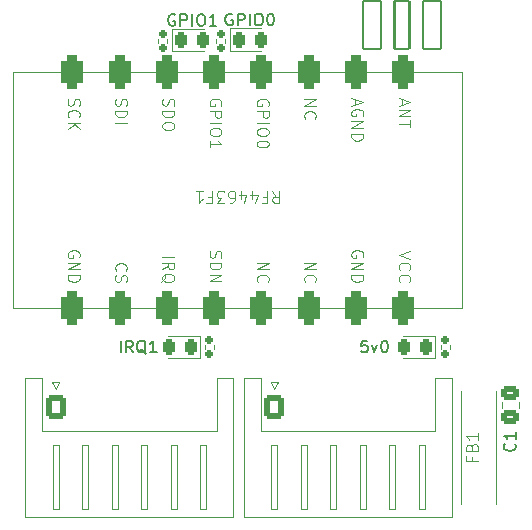
<source format=gto>
%TF.GenerationSoftware,KiCad,Pcbnew,8.0.8*%
%TF.CreationDate,2025-04-18T09:22:24-04:00*%
%TF.ProjectId,RF4463F30-test-board,52463434-3633-4463-9330-2d746573742d,rev?*%
%TF.SameCoordinates,Original*%
%TF.FileFunction,Legend,Top*%
%TF.FilePolarity,Positive*%
%FSLAX46Y46*%
G04 Gerber Fmt 4.6, Leading zero omitted, Abs format (unit mm)*
G04 Created by KiCad (PCBNEW 8.0.8) date 2025-04-18 09:22:24*
%MOMM*%
%LPD*%
G01*
G04 APERTURE LIST*
G04 Aperture macros list*
%AMRoundRect*
0 Rectangle with rounded corners*
0 $1 Rounding radius*
0 $2 $3 $4 $5 $6 $7 $8 $9 X,Y pos of 4 corners*
0 Add a 4 corners polygon primitive as box body*
4,1,4,$2,$3,$4,$5,$6,$7,$8,$9,$2,$3,0*
0 Add four circle primitives for the rounded corners*
1,1,$1+$1,$2,$3*
1,1,$1+$1,$4,$5*
1,1,$1+$1,$6,$7*
1,1,$1+$1,$8,$9*
0 Add four rect primitives between the rounded corners*
20,1,$1+$1,$2,$3,$4,$5,0*
20,1,$1+$1,$4,$5,$6,$7,0*
20,1,$1+$1,$6,$7,$8,$9,0*
20,1,$1+$1,$8,$9,$2,$3,0*%
G04 Aperture macros list end*
%ADD10C,0.100000*%
%ADD11C,0.150000*%
%ADD12C,0.120000*%
%ADD13C,3.200000*%
%ADD14R,1.470000X3.000000*%
%ADD15RoundRect,0.160000X-0.160000X0.197500X-0.160000X-0.197500X0.160000X-0.197500X0.160000X0.197500X0*%
%ADD16RoundRect,0.243750X0.243750X0.456250X-0.243750X0.456250X-0.243750X-0.456250X0.243750X-0.456250X0*%
%ADD17RoundRect,0.250000X-0.475000X0.337500X-0.475000X-0.337500X0.475000X-0.337500X0.475000X0.337500X0*%
%ADD18RoundRect,0.243750X-0.243750X-0.456250X0.243750X-0.456250X0.243750X0.456250X-0.243750X0.456250X0*%
%ADD19RoundRect,0.250000X-0.600000X-0.725000X0.600000X-0.725000X0.600000X0.725000X-0.600000X0.725000X0*%
%ADD20O,1.700000X1.950000*%
%ADD21RoundRect,0.101600X-0.635000X-2.032000X0.635000X-2.032000X0.635000X2.032000X-0.635000X2.032000X0*%
%ADD22RoundRect,0.101600X-0.762000X-2.032000X0.762000X-2.032000X0.762000X2.032000X-0.762000X2.032000X0*%
%ADD23RoundRect,0.450000X-0.450000X0.950000X-0.450000X-0.950000X0.450000X-0.950000X0.450000X0.950000X0*%
%ADD24RoundRect,0.160000X0.160000X-0.197500X0.160000X0.197500X-0.160000X0.197500X-0.160000X-0.197500X0*%
G04 APERTURE END LIST*
D10*
X181233609Y-112833333D02*
X181233609Y-113166666D01*
X181757419Y-113166666D02*
X180757419Y-113166666D01*
X180757419Y-113166666D02*
X180757419Y-112690476D01*
X181233609Y-111976190D02*
X181281228Y-111833333D01*
X181281228Y-111833333D02*
X181328847Y-111785714D01*
X181328847Y-111785714D02*
X181424085Y-111738095D01*
X181424085Y-111738095D02*
X181566942Y-111738095D01*
X181566942Y-111738095D02*
X181662180Y-111785714D01*
X181662180Y-111785714D02*
X181709800Y-111833333D01*
X181709800Y-111833333D02*
X181757419Y-111928571D01*
X181757419Y-111928571D02*
X181757419Y-112309523D01*
X181757419Y-112309523D02*
X180757419Y-112309523D01*
X180757419Y-112309523D02*
X180757419Y-111976190D01*
X180757419Y-111976190D02*
X180805038Y-111880952D01*
X180805038Y-111880952D02*
X180852657Y-111833333D01*
X180852657Y-111833333D02*
X180947895Y-111785714D01*
X180947895Y-111785714D02*
X181043133Y-111785714D01*
X181043133Y-111785714D02*
X181138371Y-111833333D01*
X181138371Y-111833333D02*
X181185990Y-111880952D01*
X181185990Y-111880952D02*
X181233609Y-111976190D01*
X181233609Y-111976190D02*
X181233609Y-112309523D01*
X181757419Y-110785714D02*
X181757419Y-111357142D01*
X181757419Y-111071428D02*
X180757419Y-111071428D01*
X180757419Y-111071428D02*
X180900276Y-111166666D01*
X180900276Y-111166666D02*
X180995514Y-111261904D01*
X180995514Y-111261904D02*
X181043133Y-111357142D01*
D11*
X151500000Y-103954819D02*
X151500000Y-102954819D01*
X152547618Y-103954819D02*
X152214285Y-103478628D01*
X151976190Y-103954819D02*
X151976190Y-102954819D01*
X151976190Y-102954819D02*
X152357142Y-102954819D01*
X152357142Y-102954819D02*
X152452380Y-103002438D01*
X152452380Y-103002438D02*
X152499999Y-103050057D01*
X152499999Y-103050057D02*
X152547618Y-103145295D01*
X152547618Y-103145295D02*
X152547618Y-103288152D01*
X152547618Y-103288152D02*
X152499999Y-103383390D01*
X152499999Y-103383390D02*
X152452380Y-103431009D01*
X152452380Y-103431009D02*
X152357142Y-103478628D01*
X152357142Y-103478628D02*
X151976190Y-103478628D01*
X153642856Y-104050057D02*
X153547618Y-104002438D01*
X153547618Y-104002438D02*
X153452380Y-103907200D01*
X153452380Y-103907200D02*
X153309523Y-103764342D01*
X153309523Y-103764342D02*
X153214285Y-103716723D01*
X153214285Y-103716723D02*
X153119047Y-103716723D01*
X153166666Y-103954819D02*
X153071428Y-103907200D01*
X153071428Y-103907200D02*
X152976190Y-103811961D01*
X152976190Y-103811961D02*
X152928571Y-103621485D01*
X152928571Y-103621485D02*
X152928571Y-103288152D01*
X152928571Y-103288152D02*
X152976190Y-103097676D01*
X152976190Y-103097676D02*
X153071428Y-103002438D01*
X153071428Y-103002438D02*
X153166666Y-102954819D01*
X153166666Y-102954819D02*
X153357142Y-102954819D01*
X153357142Y-102954819D02*
X153452380Y-103002438D01*
X153452380Y-103002438D02*
X153547618Y-103097676D01*
X153547618Y-103097676D02*
X153595237Y-103288152D01*
X153595237Y-103288152D02*
X153595237Y-103621485D01*
X153595237Y-103621485D02*
X153547618Y-103811961D01*
X153547618Y-103811961D02*
X153452380Y-103907200D01*
X153452380Y-103907200D02*
X153357142Y-103954819D01*
X153357142Y-103954819D02*
X153166666Y-103954819D01*
X154547618Y-103954819D02*
X153976190Y-103954819D01*
X154261904Y-103954819D02*
X154261904Y-102954819D01*
X154261904Y-102954819D02*
X154166666Y-103097676D01*
X154166666Y-103097676D02*
X154071428Y-103192914D01*
X154071428Y-103192914D02*
X153976190Y-103240533D01*
X184859580Y-111666666D02*
X184907200Y-111714285D01*
X184907200Y-111714285D02*
X184954819Y-111857142D01*
X184954819Y-111857142D02*
X184954819Y-111952380D01*
X184954819Y-111952380D02*
X184907200Y-112095237D01*
X184907200Y-112095237D02*
X184811961Y-112190475D01*
X184811961Y-112190475D02*
X184716723Y-112238094D01*
X184716723Y-112238094D02*
X184526247Y-112285713D01*
X184526247Y-112285713D02*
X184383390Y-112285713D01*
X184383390Y-112285713D02*
X184192914Y-112238094D01*
X184192914Y-112238094D02*
X184097676Y-112190475D01*
X184097676Y-112190475D02*
X184002438Y-112095237D01*
X184002438Y-112095237D02*
X183954819Y-111952380D01*
X183954819Y-111952380D02*
X183954819Y-111857142D01*
X183954819Y-111857142D02*
X184002438Y-111714285D01*
X184002438Y-111714285D02*
X184050057Y-111666666D01*
X184954819Y-110714285D02*
X184954819Y-111285713D01*
X184954819Y-110999999D02*
X183954819Y-110999999D01*
X183954819Y-110999999D02*
X184097676Y-111095237D01*
X184097676Y-111095237D02*
X184192914Y-111190475D01*
X184192914Y-111190475D02*
X184240533Y-111285713D01*
X156086309Y-75352438D02*
X155991071Y-75304819D01*
X155991071Y-75304819D02*
X155848214Y-75304819D01*
X155848214Y-75304819D02*
X155705357Y-75352438D01*
X155705357Y-75352438D02*
X155610119Y-75447676D01*
X155610119Y-75447676D02*
X155562500Y-75542914D01*
X155562500Y-75542914D02*
X155514881Y-75733390D01*
X155514881Y-75733390D02*
X155514881Y-75876247D01*
X155514881Y-75876247D02*
X155562500Y-76066723D01*
X155562500Y-76066723D02*
X155610119Y-76161961D01*
X155610119Y-76161961D02*
X155705357Y-76257200D01*
X155705357Y-76257200D02*
X155848214Y-76304819D01*
X155848214Y-76304819D02*
X155943452Y-76304819D01*
X155943452Y-76304819D02*
X156086309Y-76257200D01*
X156086309Y-76257200D02*
X156133928Y-76209580D01*
X156133928Y-76209580D02*
X156133928Y-75876247D01*
X156133928Y-75876247D02*
X155943452Y-75876247D01*
X156562500Y-76304819D02*
X156562500Y-75304819D01*
X156562500Y-75304819D02*
X156943452Y-75304819D01*
X156943452Y-75304819D02*
X157038690Y-75352438D01*
X157038690Y-75352438D02*
X157086309Y-75400057D01*
X157086309Y-75400057D02*
X157133928Y-75495295D01*
X157133928Y-75495295D02*
X157133928Y-75638152D01*
X157133928Y-75638152D02*
X157086309Y-75733390D01*
X157086309Y-75733390D02*
X157038690Y-75781009D01*
X157038690Y-75781009D02*
X156943452Y-75828628D01*
X156943452Y-75828628D02*
X156562500Y-75828628D01*
X157562500Y-76304819D02*
X157562500Y-75304819D01*
X158229166Y-75304819D02*
X158419642Y-75304819D01*
X158419642Y-75304819D02*
X158514880Y-75352438D01*
X158514880Y-75352438D02*
X158610118Y-75447676D01*
X158610118Y-75447676D02*
X158657737Y-75638152D01*
X158657737Y-75638152D02*
X158657737Y-75971485D01*
X158657737Y-75971485D02*
X158610118Y-76161961D01*
X158610118Y-76161961D02*
X158514880Y-76257200D01*
X158514880Y-76257200D02*
X158419642Y-76304819D01*
X158419642Y-76304819D02*
X158229166Y-76304819D01*
X158229166Y-76304819D02*
X158133928Y-76257200D01*
X158133928Y-76257200D02*
X158038690Y-76161961D01*
X158038690Y-76161961D02*
X157991071Y-75971485D01*
X157991071Y-75971485D02*
X157991071Y-75638152D01*
X157991071Y-75638152D02*
X158038690Y-75447676D01*
X158038690Y-75447676D02*
X158133928Y-75352438D01*
X158133928Y-75352438D02*
X158229166Y-75304819D01*
X159610118Y-76304819D02*
X159038690Y-76304819D01*
X159324404Y-76304819D02*
X159324404Y-75304819D01*
X159324404Y-75304819D02*
X159229166Y-75447676D01*
X159229166Y-75447676D02*
X159133928Y-75542914D01*
X159133928Y-75542914D02*
X159038690Y-75590533D01*
X160953809Y-75317438D02*
X160858571Y-75269819D01*
X160858571Y-75269819D02*
X160715714Y-75269819D01*
X160715714Y-75269819D02*
X160572857Y-75317438D01*
X160572857Y-75317438D02*
X160477619Y-75412676D01*
X160477619Y-75412676D02*
X160430000Y-75507914D01*
X160430000Y-75507914D02*
X160382381Y-75698390D01*
X160382381Y-75698390D02*
X160382381Y-75841247D01*
X160382381Y-75841247D02*
X160430000Y-76031723D01*
X160430000Y-76031723D02*
X160477619Y-76126961D01*
X160477619Y-76126961D02*
X160572857Y-76222200D01*
X160572857Y-76222200D02*
X160715714Y-76269819D01*
X160715714Y-76269819D02*
X160810952Y-76269819D01*
X160810952Y-76269819D02*
X160953809Y-76222200D01*
X160953809Y-76222200D02*
X161001428Y-76174580D01*
X161001428Y-76174580D02*
X161001428Y-75841247D01*
X161001428Y-75841247D02*
X160810952Y-75841247D01*
X161430000Y-76269819D02*
X161430000Y-75269819D01*
X161430000Y-75269819D02*
X161810952Y-75269819D01*
X161810952Y-75269819D02*
X161906190Y-75317438D01*
X161906190Y-75317438D02*
X161953809Y-75365057D01*
X161953809Y-75365057D02*
X162001428Y-75460295D01*
X162001428Y-75460295D02*
X162001428Y-75603152D01*
X162001428Y-75603152D02*
X161953809Y-75698390D01*
X161953809Y-75698390D02*
X161906190Y-75746009D01*
X161906190Y-75746009D02*
X161810952Y-75793628D01*
X161810952Y-75793628D02*
X161430000Y-75793628D01*
X162430000Y-76269819D02*
X162430000Y-75269819D01*
X163096666Y-75269819D02*
X163287142Y-75269819D01*
X163287142Y-75269819D02*
X163382380Y-75317438D01*
X163382380Y-75317438D02*
X163477618Y-75412676D01*
X163477618Y-75412676D02*
X163525237Y-75603152D01*
X163525237Y-75603152D02*
X163525237Y-75936485D01*
X163525237Y-75936485D02*
X163477618Y-76126961D01*
X163477618Y-76126961D02*
X163382380Y-76222200D01*
X163382380Y-76222200D02*
X163287142Y-76269819D01*
X163287142Y-76269819D02*
X163096666Y-76269819D01*
X163096666Y-76269819D02*
X163001428Y-76222200D01*
X163001428Y-76222200D02*
X162906190Y-76126961D01*
X162906190Y-76126961D02*
X162858571Y-75936485D01*
X162858571Y-75936485D02*
X162858571Y-75603152D01*
X162858571Y-75603152D02*
X162906190Y-75412676D01*
X162906190Y-75412676D02*
X163001428Y-75317438D01*
X163001428Y-75317438D02*
X163096666Y-75269819D01*
X164144285Y-75269819D02*
X164239523Y-75269819D01*
X164239523Y-75269819D02*
X164334761Y-75317438D01*
X164334761Y-75317438D02*
X164382380Y-75365057D01*
X164382380Y-75365057D02*
X164429999Y-75460295D01*
X164429999Y-75460295D02*
X164477618Y-75650771D01*
X164477618Y-75650771D02*
X164477618Y-75888866D01*
X164477618Y-75888866D02*
X164429999Y-76079342D01*
X164429999Y-76079342D02*
X164382380Y-76174580D01*
X164382380Y-76174580D02*
X164334761Y-76222200D01*
X164334761Y-76222200D02*
X164239523Y-76269819D01*
X164239523Y-76269819D02*
X164144285Y-76269819D01*
X164144285Y-76269819D02*
X164049047Y-76222200D01*
X164049047Y-76222200D02*
X164001428Y-76174580D01*
X164001428Y-76174580D02*
X163953809Y-76079342D01*
X163953809Y-76079342D02*
X163906190Y-75888866D01*
X163906190Y-75888866D02*
X163906190Y-75650771D01*
X163906190Y-75650771D02*
X163953809Y-75460295D01*
X163953809Y-75460295D02*
X164001428Y-75365057D01*
X164001428Y-75365057D02*
X164049047Y-75317438D01*
X164049047Y-75317438D02*
X164144285Y-75269819D01*
D10*
X164346071Y-90277580D02*
X164679404Y-90753771D01*
X164917499Y-90277580D02*
X164917499Y-91277580D01*
X164917499Y-91277580D02*
X164536547Y-91277580D01*
X164536547Y-91277580D02*
X164441309Y-91229961D01*
X164441309Y-91229961D02*
X164393690Y-91182342D01*
X164393690Y-91182342D02*
X164346071Y-91087104D01*
X164346071Y-91087104D02*
X164346071Y-90944247D01*
X164346071Y-90944247D02*
X164393690Y-90849009D01*
X164393690Y-90849009D02*
X164441309Y-90801390D01*
X164441309Y-90801390D02*
X164536547Y-90753771D01*
X164536547Y-90753771D02*
X164917499Y-90753771D01*
X163584166Y-90801390D02*
X163917499Y-90801390D01*
X163917499Y-90277580D02*
X163917499Y-91277580D01*
X163917499Y-91277580D02*
X163441309Y-91277580D01*
X162631785Y-90944247D02*
X162631785Y-90277580D01*
X162869880Y-91325200D02*
X163107975Y-90610914D01*
X163107975Y-90610914D02*
X162488928Y-90610914D01*
X161679404Y-90944247D02*
X161679404Y-90277580D01*
X161917499Y-91325200D02*
X162155594Y-90610914D01*
X162155594Y-90610914D02*
X161536547Y-90610914D01*
X160727023Y-91277580D02*
X160917499Y-91277580D01*
X160917499Y-91277580D02*
X161012737Y-91229961D01*
X161012737Y-91229961D02*
X161060356Y-91182342D01*
X161060356Y-91182342D02*
X161155594Y-91039485D01*
X161155594Y-91039485D02*
X161203213Y-90849009D01*
X161203213Y-90849009D02*
X161203213Y-90468057D01*
X161203213Y-90468057D02*
X161155594Y-90372819D01*
X161155594Y-90372819D02*
X161107975Y-90325200D01*
X161107975Y-90325200D02*
X161012737Y-90277580D01*
X161012737Y-90277580D02*
X160822261Y-90277580D01*
X160822261Y-90277580D02*
X160727023Y-90325200D01*
X160727023Y-90325200D02*
X160679404Y-90372819D01*
X160679404Y-90372819D02*
X160631785Y-90468057D01*
X160631785Y-90468057D02*
X160631785Y-90706152D01*
X160631785Y-90706152D02*
X160679404Y-90801390D01*
X160679404Y-90801390D02*
X160727023Y-90849009D01*
X160727023Y-90849009D02*
X160822261Y-90896628D01*
X160822261Y-90896628D02*
X161012737Y-90896628D01*
X161012737Y-90896628D02*
X161107975Y-90849009D01*
X161107975Y-90849009D02*
X161155594Y-90801390D01*
X161155594Y-90801390D02*
X161203213Y-90706152D01*
X160298451Y-91277580D02*
X159679404Y-91277580D01*
X159679404Y-91277580D02*
X160012737Y-90896628D01*
X160012737Y-90896628D02*
X159869880Y-90896628D01*
X159869880Y-90896628D02*
X159774642Y-90849009D01*
X159774642Y-90849009D02*
X159727023Y-90801390D01*
X159727023Y-90801390D02*
X159679404Y-90706152D01*
X159679404Y-90706152D02*
X159679404Y-90468057D01*
X159679404Y-90468057D02*
X159727023Y-90372819D01*
X159727023Y-90372819D02*
X159774642Y-90325200D01*
X159774642Y-90325200D02*
X159869880Y-90277580D01*
X159869880Y-90277580D02*
X160155594Y-90277580D01*
X160155594Y-90277580D02*
X160250832Y-90325200D01*
X160250832Y-90325200D02*
X160298451Y-90372819D01*
X158917499Y-90801390D02*
X159250832Y-90801390D01*
X159250832Y-90277580D02*
X159250832Y-91277580D01*
X159250832Y-91277580D02*
X158774642Y-91277580D01*
X157869880Y-90277580D02*
X158441308Y-90277580D01*
X158155594Y-90277580D02*
X158155594Y-91277580D01*
X158155594Y-91277580D02*
X158250832Y-91134723D01*
X158250832Y-91134723D02*
X158346070Y-91039485D01*
X158346070Y-91039485D02*
X158441308Y-90991866D01*
X159092700Y-95359687D02*
X159045080Y-95502544D01*
X159045080Y-95502544D02*
X159045080Y-95740639D01*
X159045080Y-95740639D02*
X159092700Y-95835877D01*
X159092700Y-95835877D02*
X159140319Y-95883496D01*
X159140319Y-95883496D02*
X159235557Y-95931115D01*
X159235557Y-95931115D02*
X159330795Y-95931115D01*
X159330795Y-95931115D02*
X159426033Y-95883496D01*
X159426033Y-95883496D02*
X159473652Y-95835877D01*
X159473652Y-95835877D02*
X159521271Y-95740639D01*
X159521271Y-95740639D02*
X159568890Y-95550163D01*
X159568890Y-95550163D02*
X159616509Y-95454925D01*
X159616509Y-95454925D02*
X159664128Y-95407306D01*
X159664128Y-95407306D02*
X159759366Y-95359687D01*
X159759366Y-95359687D02*
X159854604Y-95359687D01*
X159854604Y-95359687D02*
X159949842Y-95407306D01*
X159949842Y-95407306D02*
X159997461Y-95454925D01*
X159997461Y-95454925D02*
X160045080Y-95550163D01*
X160045080Y-95550163D02*
X160045080Y-95788258D01*
X160045080Y-95788258D02*
X159997461Y-95931115D01*
X159045080Y-96359687D02*
X160045080Y-96359687D01*
X160045080Y-96359687D02*
X160045080Y-96597782D01*
X160045080Y-96597782D02*
X159997461Y-96740639D01*
X159997461Y-96740639D02*
X159902223Y-96835877D01*
X159902223Y-96835877D02*
X159806985Y-96883496D01*
X159806985Y-96883496D02*
X159616509Y-96931115D01*
X159616509Y-96931115D02*
X159473652Y-96931115D01*
X159473652Y-96931115D02*
X159283176Y-96883496D01*
X159283176Y-96883496D02*
X159187938Y-96835877D01*
X159187938Y-96835877D02*
X159092700Y-96740639D01*
X159092700Y-96740639D02*
X159045080Y-96597782D01*
X159045080Y-96597782D02*
X159045080Y-96359687D01*
X159045080Y-97359687D02*
X160045080Y-97359687D01*
X160045080Y-97359687D02*
X159045080Y-97931115D01*
X159045080Y-97931115D02*
X160045080Y-97931115D01*
X171997461Y-95883496D02*
X172045080Y-95788258D01*
X172045080Y-95788258D02*
X172045080Y-95645401D01*
X172045080Y-95645401D02*
X171997461Y-95502544D01*
X171997461Y-95502544D02*
X171902223Y-95407306D01*
X171902223Y-95407306D02*
X171806985Y-95359687D01*
X171806985Y-95359687D02*
X171616509Y-95312068D01*
X171616509Y-95312068D02*
X171473652Y-95312068D01*
X171473652Y-95312068D02*
X171283176Y-95359687D01*
X171283176Y-95359687D02*
X171187938Y-95407306D01*
X171187938Y-95407306D02*
X171092700Y-95502544D01*
X171092700Y-95502544D02*
X171045080Y-95645401D01*
X171045080Y-95645401D02*
X171045080Y-95740639D01*
X171045080Y-95740639D02*
X171092700Y-95883496D01*
X171092700Y-95883496D02*
X171140319Y-95931115D01*
X171140319Y-95931115D02*
X171473652Y-95931115D01*
X171473652Y-95931115D02*
X171473652Y-95740639D01*
X171045080Y-96359687D02*
X172045080Y-96359687D01*
X172045080Y-96359687D02*
X171045080Y-96931115D01*
X171045080Y-96931115D02*
X172045080Y-96931115D01*
X171045080Y-97407306D02*
X172045080Y-97407306D01*
X172045080Y-97407306D02*
X172045080Y-97645401D01*
X172045080Y-97645401D02*
X171997461Y-97788258D01*
X171997461Y-97788258D02*
X171902223Y-97883496D01*
X171902223Y-97883496D02*
X171806985Y-97931115D01*
X171806985Y-97931115D02*
X171616509Y-97978734D01*
X171616509Y-97978734D02*
X171473652Y-97978734D01*
X171473652Y-97978734D02*
X171283176Y-97931115D01*
X171283176Y-97931115D02*
X171187938Y-97883496D01*
X171187938Y-97883496D02*
X171092700Y-97788258D01*
X171092700Y-97788258D02*
X171045080Y-97645401D01*
X171045080Y-97645401D02*
X171045080Y-97407306D01*
X155092700Y-82491265D02*
X155045080Y-82634122D01*
X155045080Y-82634122D02*
X155045080Y-82872217D01*
X155045080Y-82872217D02*
X155092700Y-82967455D01*
X155092700Y-82967455D02*
X155140319Y-83015074D01*
X155140319Y-83015074D02*
X155235557Y-83062693D01*
X155235557Y-83062693D02*
X155330795Y-83062693D01*
X155330795Y-83062693D02*
X155426033Y-83015074D01*
X155426033Y-83015074D02*
X155473652Y-82967455D01*
X155473652Y-82967455D02*
X155521271Y-82872217D01*
X155521271Y-82872217D02*
X155568890Y-82681741D01*
X155568890Y-82681741D02*
X155616509Y-82586503D01*
X155616509Y-82586503D02*
X155664128Y-82538884D01*
X155664128Y-82538884D02*
X155759366Y-82491265D01*
X155759366Y-82491265D02*
X155854604Y-82491265D01*
X155854604Y-82491265D02*
X155949842Y-82538884D01*
X155949842Y-82538884D02*
X155997461Y-82586503D01*
X155997461Y-82586503D02*
X156045080Y-82681741D01*
X156045080Y-82681741D02*
X156045080Y-82919836D01*
X156045080Y-82919836D02*
X155997461Y-83062693D01*
X155045080Y-83491265D02*
X156045080Y-83491265D01*
X156045080Y-83491265D02*
X156045080Y-83729360D01*
X156045080Y-83729360D02*
X155997461Y-83872217D01*
X155997461Y-83872217D02*
X155902223Y-83967455D01*
X155902223Y-83967455D02*
X155806985Y-84015074D01*
X155806985Y-84015074D02*
X155616509Y-84062693D01*
X155616509Y-84062693D02*
X155473652Y-84062693D01*
X155473652Y-84062693D02*
X155283176Y-84015074D01*
X155283176Y-84015074D02*
X155187938Y-83967455D01*
X155187938Y-83967455D02*
X155092700Y-83872217D01*
X155092700Y-83872217D02*
X155045080Y-83729360D01*
X155045080Y-83729360D02*
X155045080Y-83491265D01*
X156045080Y-84681741D02*
X156045080Y-84872217D01*
X156045080Y-84872217D02*
X155997461Y-84967455D01*
X155997461Y-84967455D02*
X155902223Y-85062693D01*
X155902223Y-85062693D02*
X155711747Y-85110312D01*
X155711747Y-85110312D02*
X155378414Y-85110312D01*
X155378414Y-85110312D02*
X155187938Y-85062693D01*
X155187938Y-85062693D02*
X155092700Y-84967455D01*
X155092700Y-84967455D02*
X155045080Y-84872217D01*
X155045080Y-84872217D02*
X155045080Y-84681741D01*
X155045080Y-84681741D02*
X155092700Y-84586503D01*
X155092700Y-84586503D02*
X155187938Y-84491265D01*
X155187938Y-84491265D02*
X155378414Y-84443646D01*
X155378414Y-84443646D02*
X155711747Y-84443646D01*
X155711747Y-84443646D02*
X155902223Y-84491265D01*
X155902223Y-84491265D02*
X155997461Y-84586503D01*
X155997461Y-84586503D02*
X156045080Y-84681741D01*
X147092700Y-82491265D02*
X147045080Y-82634122D01*
X147045080Y-82634122D02*
X147045080Y-82872217D01*
X147045080Y-82872217D02*
X147092700Y-82967455D01*
X147092700Y-82967455D02*
X147140319Y-83015074D01*
X147140319Y-83015074D02*
X147235557Y-83062693D01*
X147235557Y-83062693D02*
X147330795Y-83062693D01*
X147330795Y-83062693D02*
X147426033Y-83015074D01*
X147426033Y-83015074D02*
X147473652Y-82967455D01*
X147473652Y-82967455D02*
X147521271Y-82872217D01*
X147521271Y-82872217D02*
X147568890Y-82681741D01*
X147568890Y-82681741D02*
X147616509Y-82586503D01*
X147616509Y-82586503D02*
X147664128Y-82538884D01*
X147664128Y-82538884D02*
X147759366Y-82491265D01*
X147759366Y-82491265D02*
X147854604Y-82491265D01*
X147854604Y-82491265D02*
X147949842Y-82538884D01*
X147949842Y-82538884D02*
X147997461Y-82586503D01*
X147997461Y-82586503D02*
X148045080Y-82681741D01*
X148045080Y-82681741D02*
X148045080Y-82919836D01*
X148045080Y-82919836D02*
X147997461Y-83062693D01*
X147140319Y-84062693D02*
X147092700Y-84015074D01*
X147092700Y-84015074D02*
X147045080Y-83872217D01*
X147045080Y-83872217D02*
X147045080Y-83776979D01*
X147045080Y-83776979D02*
X147092700Y-83634122D01*
X147092700Y-83634122D02*
X147187938Y-83538884D01*
X147187938Y-83538884D02*
X147283176Y-83491265D01*
X147283176Y-83491265D02*
X147473652Y-83443646D01*
X147473652Y-83443646D02*
X147616509Y-83443646D01*
X147616509Y-83443646D02*
X147806985Y-83491265D01*
X147806985Y-83491265D02*
X147902223Y-83538884D01*
X147902223Y-83538884D02*
X147997461Y-83634122D01*
X147997461Y-83634122D02*
X148045080Y-83776979D01*
X148045080Y-83776979D02*
X148045080Y-83872217D01*
X148045080Y-83872217D02*
X147997461Y-84015074D01*
X147997461Y-84015074D02*
X147949842Y-84062693D01*
X147045080Y-84491265D02*
X148045080Y-84491265D01*
X147045080Y-85062693D02*
X147616509Y-84634122D01*
X148045080Y-85062693D02*
X147473652Y-84491265D01*
X175330795Y-82491265D02*
X175330795Y-82967455D01*
X175045080Y-82396027D02*
X176045080Y-82729360D01*
X176045080Y-82729360D02*
X175045080Y-83062693D01*
X175045080Y-83396027D02*
X176045080Y-83396027D01*
X176045080Y-83396027D02*
X175045080Y-83967455D01*
X175045080Y-83967455D02*
X176045080Y-83967455D01*
X176045080Y-84300789D02*
X176045080Y-84872217D01*
X175045080Y-84586503D02*
X176045080Y-84586503D01*
X167045080Y-96359687D02*
X168045080Y-96359687D01*
X168045080Y-96359687D02*
X167045080Y-96931115D01*
X167045080Y-96931115D02*
X168045080Y-96931115D01*
X167140319Y-97978734D02*
X167092700Y-97931115D01*
X167092700Y-97931115D02*
X167045080Y-97788258D01*
X167045080Y-97788258D02*
X167045080Y-97693020D01*
X167045080Y-97693020D02*
X167092700Y-97550163D01*
X167092700Y-97550163D02*
X167187938Y-97454925D01*
X167187938Y-97454925D02*
X167283176Y-97407306D01*
X167283176Y-97407306D02*
X167473652Y-97359687D01*
X167473652Y-97359687D02*
X167616509Y-97359687D01*
X167616509Y-97359687D02*
X167806985Y-97407306D01*
X167806985Y-97407306D02*
X167902223Y-97454925D01*
X167902223Y-97454925D02*
X167997461Y-97550163D01*
X167997461Y-97550163D02*
X168045080Y-97693020D01*
X168045080Y-97693020D02*
X168045080Y-97788258D01*
X168045080Y-97788258D02*
X167997461Y-97931115D01*
X167997461Y-97931115D02*
X167949842Y-97978734D01*
X167045080Y-82538884D02*
X168045080Y-82538884D01*
X168045080Y-82538884D02*
X167045080Y-83110312D01*
X167045080Y-83110312D02*
X168045080Y-83110312D01*
X167140319Y-84157931D02*
X167092700Y-84110312D01*
X167092700Y-84110312D02*
X167045080Y-83967455D01*
X167045080Y-83967455D02*
X167045080Y-83872217D01*
X167045080Y-83872217D02*
X167092700Y-83729360D01*
X167092700Y-83729360D02*
X167187938Y-83634122D01*
X167187938Y-83634122D02*
X167283176Y-83586503D01*
X167283176Y-83586503D02*
X167473652Y-83538884D01*
X167473652Y-83538884D02*
X167616509Y-83538884D01*
X167616509Y-83538884D02*
X167806985Y-83586503D01*
X167806985Y-83586503D02*
X167902223Y-83634122D01*
X167902223Y-83634122D02*
X167997461Y-83729360D01*
X167997461Y-83729360D02*
X168045080Y-83872217D01*
X168045080Y-83872217D02*
X168045080Y-83967455D01*
X168045080Y-83967455D02*
X167997461Y-84110312D01*
X167997461Y-84110312D02*
X167949842Y-84157931D01*
X176045080Y-95407306D02*
X175045080Y-95740639D01*
X175045080Y-95740639D02*
X176045080Y-96073972D01*
X175140319Y-96978734D02*
X175092700Y-96931115D01*
X175092700Y-96931115D02*
X175045080Y-96788258D01*
X175045080Y-96788258D02*
X175045080Y-96693020D01*
X175045080Y-96693020D02*
X175092700Y-96550163D01*
X175092700Y-96550163D02*
X175187938Y-96454925D01*
X175187938Y-96454925D02*
X175283176Y-96407306D01*
X175283176Y-96407306D02*
X175473652Y-96359687D01*
X175473652Y-96359687D02*
X175616509Y-96359687D01*
X175616509Y-96359687D02*
X175806985Y-96407306D01*
X175806985Y-96407306D02*
X175902223Y-96454925D01*
X175902223Y-96454925D02*
X175997461Y-96550163D01*
X175997461Y-96550163D02*
X176045080Y-96693020D01*
X176045080Y-96693020D02*
X176045080Y-96788258D01*
X176045080Y-96788258D02*
X175997461Y-96931115D01*
X175997461Y-96931115D02*
X175949842Y-96978734D01*
X175140319Y-97978734D02*
X175092700Y-97931115D01*
X175092700Y-97931115D02*
X175045080Y-97788258D01*
X175045080Y-97788258D02*
X175045080Y-97693020D01*
X175045080Y-97693020D02*
X175092700Y-97550163D01*
X175092700Y-97550163D02*
X175187938Y-97454925D01*
X175187938Y-97454925D02*
X175283176Y-97407306D01*
X175283176Y-97407306D02*
X175473652Y-97359687D01*
X175473652Y-97359687D02*
X175616509Y-97359687D01*
X175616509Y-97359687D02*
X175806985Y-97407306D01*
X175806985Y-97407306D02*
X175902223Y-97454925D01*
X175902223Y-97454925D02*
X175997461Y-97550163D01*
X175997461Y-97550163D02*
X176045080Y-97693020D01*
X176045080Y-97693020D02*
X176045080Y-97788258D01*
X176045080Y-97788258D02*
X175997461Y-97931115D01*
X175997461Y-97931115D02*
X175949842Y-97978734D01*
X151092700Y-82491265D02*
X151045080Y-82634122D01*
X151045080Y-82634122D02*
X151045080Y-82872217D01*
X151045080Y-82872217D02*
X151092700Y-82967455D01*
X151092700Y-82967455D02*
X151140319Y-83015074D01*
X151140319Y-83015074D02*
X151235557Y-83062693D01*
X151235557Y-83062693D02*
X151330795Y-83062693D01*
X151330795Y-83062693D02*
X151426033Y-83015074D01*
X151426033Y-83015074D02*
X151473652Y-82967455D01*
X151473652Y-82967455D02*
X151521271Y-82872217D01*
X151521271Y-82872217D02*
X151568890Y-82681741D01*
X151568890Y-82681741D02*
X151616509Y-82586503D01*
X151616509Y-82586503D02*
X151664128Y-82538884D01*
X151664128Y-82538884D02*
X151759366Y-82491265D01*
X151759366Y-82491265D02*
X151854604Y-82491265D01*
X151854604Y-82491265D02*
X151949842Y-82538884D01*
X151949842Y-82538884D02*
X151997461Y-82586503D01*
X151997461Y-82586503D02*
X152045080Y-82681741D01*
X152045080Y-82681741D02*
X152045080Y-82919836D01*
X152045080Y-82919836D02*
X151997461Y-83062693D01*
X151045080Y-83491265D02*
X152045080Y-83491265D01*
X152045080Y-83491265D02*
X152045080Y-83729360D01*
X152045080Y-83729360D02*
X151997461Y-83872217D01*
X151997461Y-83872217D02*
X151902223Y-83967455D01*
X151902223Y-83967455D02*
X151806985Y-84015074D01*
X151806985Y-84015074D02*
X151616509Y-84062693D01*
X151616509Y-84062693D02*
X151473652Y-84062693D01*
X151473652Y-84062693D02*
X151283176Y-84015074D01*
X151283176Y-84015074D02*
X151187938Y-83967455D01*
X151187938Y-83967455D02*
X151092700Y-83872217D01*
X151092700Y-83872217D02*
X151045080Y-83729360D01*
X151045080Y-83729360D02*
X151045080Y-83491265D01*
X151045080Y-84491265D02*
X152045080Y-84491265D01*
X151140319Y-97026353D02*
X151092700Y-96978734D01*
X151092700Y-96978734D02*
X151045080Y-96835877D01*
X151045080Y-96835877D02*
X151045080Y-96740639D01*
X151045080Y-96740639D02*
X151092700Y-96597782D01*
X151092700Y-96597782D02*
X151187938Y-96502544D01*
X151187938Y-96502544D02*
X151283176Y-96454925D01*
X151283176Y-96454925D02*
X151473652Y-96407306D01*
X151473652Y-96407306D02*
X151616509Y-96407306D01*
X151616509Y-96407306D02*
X151806985Y-96454925D01*
X151806985Y-96454925D02*
X151902223Y-96502544D01*
X151902223Y-96502544D02*
X151997461Y-96597782D01*
X151997461Y-96597782D02*
X152045080Y-96740639D01*
X152045080Y-96740639D02*
X152045080Y-96835877D01*
X152045080Y-96835877D02*
X151997461Y-96978734D01*
X151997461Y-96978734D02*
X151949842Y-97026353D01*
X151092700Y-97407306D02*
X151045080Y-97550163D01*
X151045080Y-97550163D02*
X151045080Y-97788258D01*
X151045080Y-97788258D02*
X151092700Y-97883496D01*
X151092700Y-97883496D02*
X151140319Y-97931115D01*
X151140319Y-97931115D02*
X151235557Y-97978734D01*
X151235557Y-97978734D02*
X151330795Y-97978734D01*
X151330795Y-97978734D02*
X151426033Y-97931115D01*
X151426033Y-97931115D02*
X151473652Y-97883496D01*
X151473652Y-97883496D02*
X151521271Y-97788258D01*
X151521271Y-97788258D02*
X151568890Y-97597782D01*
X151568890Y-97597782D02*
X151616509Y-97502544D01*
X151616509Y-97502544D02*
X151664128Y-97454925D01*
X151664128Y-97454925D02*
X151759366Y-97407306D01*
X151759366Y-97407306D02*
X151854604Y-97407306D01*
X151854604Y-97407306D02*
X151949842Y-97454925D01*
X151949842Y-97454925D02*
X151997461Y-97502544D01*
X151997461Y-97502544D02*
X152045080Y-97597782D01*
X152045080Y-97597782D02*
X152045080Y-97835877D01*
X152045080Y-97835877D02*
X151997461Y-97978734D01*
X155045080Y-95883497D02*
X156045080Y-95883497D01*
X155045080Y-96931115D02*
X155521271Y-96597782D01*
X155045080Y-96359687D02*
X156045080Y-96359687D01*
X156045080Y-96359687D02*
X156045080Y-96740639D01*
X156045080Y-96740639D02*
X155997461Y-96835877D01*
X155997461Y-96835877D02*
X155949842Y-96883496D01*
X155949842Y-96883496D02*
X155854604Y-96931115D01*
X155854604Y-96931115D02*
X155711747Y-96931115D01*
X155711747Y-96931115D02*
X155616509Y-96883496D01*
X155616509Y-96883496D02*
X155568890Y-96835877D01*
X155568890Y-96835877D02*
X155521271Y-96740639D01*
X155521271Y-96740639D02*
X155521271Y-96359687D01*
X154949842Y-98026353D02*
X154997461Y-97931115D01*
X154997461Y-97931115D02*
X155092700Y-97835877D01*
X155092700Y-97835877D02*
X155235557Y-97693020D01*
X155235557Y-97693020D02*
X155283176Y-97597782D01*
X155283176Y-97597782D02*
X155283176Y-97502544D01*
X155045080Y-97550163D02*
X155092700Y-97454925D01*
X155092700Y-97454925D02*
X155187938Y-97359687D01*
X155187938Y-97359687D02*
X155378414Y-97312068D01*
X155378414Y-97312068D02*
X155711747Y-97312068D01*
X155711747Y-97312068D02*
X155902223Y-97359687D01*
X155902223Y-97359687D02*
X155997461Y-97454925D01*
X155997461Y-97454925D02*
X156045080Y-97550163D01*
X156045080Y-97550163D02*
X156045080Y-97740639D01*
X156045080Y-97740639D02*
X155997461Y-97835877D01*
X155997461Y-97835877D02*
X155902223Y-97931115D01*
X155902223Y-97931115D02*
X155711747Y-97978734D01*
X155711747Y-97978734D02*
X155378414Y-97978734D01*
X155378414Y-97978734D02*
X155187938Y-97931115D01*
X155187938Y-97931115D02*
X155092700Y-97835877D01*
X155092700Y-97835877D02*
X155045080Y-97740639D01*
X155045080Y-97740639D02*
X155045080Y-97550163D01*
X171330795Y-82491265D02*
X171330795Y-82967455D01*
X171045080Y-82396027D02*
X172045080Y-82729360D01*
X172045080Y-82729360D02*
X171045080Y-83062693D01*
X171997461Y-83919836D02*
X172045080Y-83824598D01*
X172045080Y-83824598D02*
X172045080Y-83681741D01*
X172045080Y-83681741D02*
X171997461Y-83538884D01*
X171997461Y-83538884D02*
X171902223Y-83443646D01*
X171902223Y-83443646D02*
X171806985Y-83396027D01*
X171806985Y-83396027D02*
X171616509Y-83348408D01*
X171616509Y-83348408D02*
X171473652Y-83348408D01*
X171473652Y-83348408D02*
X171283176Y-83396027D01*
X171283176Y-83396027D02*
X171187938Y-83443646D01*
X171187938Y-83443646D02*
X171092700Y-83538884D01*
X171092700Y-83538884D02*
X171045080Y-83681741D01*
X171045080Y-83681741D02*
X171045080Y-83776979D01*
X171045080Y-83776979D02*
X171092700Y-83919836D01*
X171092700Y-83919836D02*
X171140319Y-83967455D01*
X171140319Y-83967455D02*
X171473652Y-83967455D01*
X171473652Y-83967455D02*
X171473652Y-83776979D01*
X171045080Y-84396027D02*
X172045080Y-84396027D01*
X172045080Y-84396027D02*
X171045080Y-84967455D01*
X171045080Y-84967455D02*
X172045080Y-84967455D01*
X171045080Y-85443646D02*
X172045080Y-85443646D01*
X172045080Y-85443646D02*
X172045080Y-85681741D01*
X172045080Y-85681741D02*
X171997461Y-85824598D01*
X171997461Y-85824598D02*
X171902223Y-85919836D01*
X171902223Y-85919836D02*
X171806985Y-85967455D01*
X171806985Y-85967455D02*
X171616509Y-86015074D01*
X171616509Y-86015074D02*
X171473652Y-86015074D01*
X171473652Y-86015074D02*
X171283176Y-85967455D01*
X171283176Y-85967455D02*
X171187938Y-85919836D01*
X171187938Y-85919836D02*
X171092700Y-85824598D01*
X171092700Y-85824598D02*
X171045080Y-85681741D01*
X171045080Y-85681741D02*
X171045080Y-85443646D01*
X163045080Y-96359687D02*
X164045080Y-96359687D01*
X164045080Y-96359687D02*
X163045080Y-96931115D01*
X163045080Y-96931115D02*
X164045080Y-96931115D01*
X163140319Y-97978734D02*
X163092700Y-97931115D01*
X163092700Y-97931115D02*
X163045080Y-97788258D01*
X163045080Y-97788258D02*
X163045080Y-97693020D01*
X163045080Y-97693020D02*
X163092700Y-97550163D01*
X163092700Y-97550163D02*
X163187938Y-97454925D01*
X163187938Y-97454925D02*
X163283176Y-97407306D01*
X163283176Y-97407306D02*
X163473652Y-97359687D01*
X163473652Y-97359687D02*
X163616509Y-97359687D01*
X163616509Y-97359687D02*
X163806985Y-97407306D01*
X163806985Y-97407306D02*
X163902223Y-97454925D01*
X163902223Y-97454925D02*
X163997461Y-97550163D01*
X163997461Y-97550163D02*
X164045080Y-97693020D01*
X164045080Y-97693020D02*
X164045080Y-97788258D01*
X164045080Y-97788258D02*
X163997461Y-97931115D01*
X163997461Y-97931115D02*
X163949842Y-97978734D01*
X163997461Y-83062693D02*
X164045080Y-82967455D01*
X164045080Y-82967455D02*
X164045080Y-82824598D01*
X164045080Y-82824598D02*
X163997461Y-82681741D01*
X163997461Y-82681741D02*
X163902223Y-82586503D01*
X163902223Y-82586503D02*
X163806985Y-82538884D01*
X163806985Y-82538884D02*
X163616509Y-82491265D01*
X163616509Y-82491265D02*
X163473652Y-82491265D01*
X163473652Y-82491265D02*
X163283176Y-82538884D01*
X163283176Y-82538884D02*
X163187938Y-82586503D01*
X163187938Y-82586503D02*
X163092700Y-82681741D01*
X163092700Y-82681741D02*
X163045080Y-82824598D01*
X163045080Y-82824598D02*
X163045080Y-82919836D01*
X163045080Y-82919836D02*
X163092700Y-83062693D01*
X163092700Y-83062693D02*
X163140319Y-83110312D01*
X163140319Y-83110312D02*
X163473652Y-83110312D01*
X163473652Y-83110312D02*
X163473652Y-82919836D01*
X163045080Y-83538884D02*
X164045080Y-83538884D01*
X164045080Y-83538884D02*
X164045080Y-83919836D01*
X164045080Y-83919836D02*
X163997461Y-84015074D01*
X163997461Y-84015074D02*
X163949842Y-84062693D01*
X163949842Y-84062693D02*
X163854604Y-84110312D01*
X163854604Y-84110312D02*
X163711747Y-84110312D01*
X163711747Y-84110312D02*
X163616509Y-84062693D01*
X163616509Y-84062693D02*
X163568890Y-84015074D01*
X163568890Y-84015074D02*
X163521271Y-83919836D01*
X163521271Y-83919836D02*
X163521271Y-83538884D01*
X163045080Y-84538884D02*
X164045080Y-84538884D01*
X164045080Y-85205550D02*
X164045080Y-85396026D01*
X164045080Y-85396026D02*
X163997461Y-85491264D01*
X163997461Y-85491264D02*
X163902223Y-85586502D01*
X163902223Y-85586502D02*
X163711747Y-85634121D01*
X163711747Y-85634121D02*
X163378414Y-85634121D01*
X163378414Y-85634121D02*
X163187938Y-85586502D01*
X163187938Y-85586502D02*
X163092700Y-85491264D01*
X163092700Y-85491264D02*
X163045080Y-85396026D01*
X163045080Y-85396026D02*
X163045080Y-85205550D01*
X163045080Y-85205550D02*
X163092700Y-85110312D01*
X163092700Y-85110312D02*
X163187938Y-85015074D01*
X163187938Y-85015074D02*
X163378414Y-84967455D01*
X163378414Y-84967455D02*
X163711747Y-84967455D01*
X163711747Y-84967455D02*
X163902223Y-85015074D01*
X163902223Y-85015074D02*
X163997461Y-85110312D01*
X163997461Y-85110312D02*
X164045080Y-85205550D01*
X164045080Y-86253169D02*
X164045080Y-86348407D01*
X164045080Y-86348407D02*
X163997461Y-86443645D01*
X163997461Y-86443645D02*
X163949842Y-86491264D01*
X163949842Y-86491264D02*
X163854604Y-86538883D01*
X163854604Y-86538883D02*
X163664128Y-86586502D01*
X163664128Y-86586502D02*
X163426033Y-86586502D01*
X163426033Y-86586502D02*
X163235557Y-86538883D01*
X163235557Y-86538883D02*
X163140319Y-86491264D01*
X163140319Y-86491264D02*
X163092700Y-86443645D01*
X163092700Y-86443645D02*
X163045080Y-86348407D01*
X163045080Y-86348407D02*
X163045080Y-86253169D01*
X163045080Y-86253169D02*
X163092700Y-86157931D01*
X163092700Y-86157931D02*
X163140319Y-86110312D01*
X163140319Y-86110312D02*
X163235557Y-86062693D01*
X163235557Y-86062693D02*
X163426033Y-86015074D01*
X163426033Y-86015074D02*
X163664128Y-86015074D01*
X163664128Y-86015074D02*
X163854604Y-86062693D01*
X163854604Y-86062693D02*
X163949842Y-86110312D01*
X163949842Y-86110312D02*
X163997461Y-86157931D01*
X163997461Y-86157931D02*
X164045080Y-86253169D01*
X147997461Y-95883496D02*
X148045080Y-95788258D01*
X148045080Y-95788258D02*
X148045080Y-95645401D01*
X148045080Y-95645401D02*
X147997461Y-95502544D01*
X147997461Y-95502544D02*
X147902223Y-95407306D01*
X147902223Y-95407306D02*
X147806985Y-95359687D01*
X147806985Y-95359687D02*
X147616509Y-95312068D01*
X147616509Y-95312068D02*
X147473652Y-95312068D01*
X147473652Y-95312068D02*
X147283176Y-95359687D01*
X147283176Y-95359687D02*
X147187938Y-95407306D01*
X147187938Y-95407306D02*
X147092700Y-95502544D01*
X147092700Y-95502544D02*
X147045080Y-95645401D01*
X147045080Y-95645401D02*
X147045080Y-95740639D01*
X147045080Y-95740639D02*
X147092700Y-95883496D01*
X147092700Y-95883496D02*
X147140319Y-95931115D01*
X147140319Y-95931115D02*
X147473652Y-95931115D01*
X147473652Y-95931115D02*
X147473652Y-95740639D01*
X147045080Y-96359687D02*
X148045080Y-96359687D01*
X148045080Y-96359687D02*
X147045080Y-96931115D01*
X147045080Y-96931115D02*
X148045080Y-96931115D01*
X147045080Y-97407306D02*
X148045080Y-97407306D01*
X148045080Y-97407306D02*
X148045080Y-97645401D01*
X148045080Y-97645401D02*
X147997461Y-97788258D01*
X147997461Y-97788258D02*
X147902223Y-97883496D01*
X147902223Y-97883496D02*
X147806985Y-97931115D01*
X147806985Y-97931115D02*
X147616509Y-97978734D01*
X147616509Y-97978734D02*
X147473652Y-97978734D01*
X147473652Y-97978734D02*
X147283176Y-97931115D01*
X147283176Y-97931115D02*
X147187938Y-97883496D01*
X147187938Y-97883496D02*
X147092700Y-97788258D01*
X147092700Y-97788258D02*
X147045080Y-97645401D01*
X147045080Y-97645401D02*
X147045080Y-97407306D01*
X159997461Y-83062693D02*
X160045080Y-82967455D01*
X160045080Y-82967455D02*
X160045080Y-82824598D01*
X160045080Y-82824598D02*
X159997461Y-82681741D01*
X159997461Y-82681741D02*
X159902223Y-82586503D01*
X159902223Y-82586503D02*
X159806985Y-82538884D01*
X159806985Y-82538884D02*
X159616509Y-82491265D01*
X159616509Y-82491265D02*
X159473652Y-82491265D01*
X159473652Y-82491265D02*
X159283176Y-82538884D01*
X159283176Y-82538884D02*
X159187938Y-82586503D01*
X159187938Y-82586503D02*
X159092700Y-82681741D01*
X159092700Y-82681741D02*
X159045080Y-82824598D01*
X159045080Y-82824598D02*
X159045080Y-82919836D01*
X159045080Y-82919836D02*
X159092700Y-83062693D01*
X159092700Y-83062693D02*
X159140319Y-83110312D01*
X159140319Y-83110312D02*
X159473652Y-83110312D01*
X159473652Y-83110312D02*
X159473652Y-82919836D01*
X159045080Y-83538884D02*
X160045080Y-83538884D01*
X160045080Y-83538884D02*
X160045080Y-83919836D01*
X160045080Y-83919836D02*
X159997461Y-84015074D01*
X159997461Y-84015074D02*
X159949842Y-84062693D01*
X159949842Y-84062693D02*
X159854604Y-84110312D01*
X159854604Y-84110312D02*
X159711747Y-84110312D01*
X159711747Y-84110312D02*
X159616509Y-84062693D01*
X159616509Y-84062693D02*
X159568890Y-84015074D01*
X159568890Y-84015074D02*
X159521271Y-83919836D01*
X159521271Y-83919836D02*
X159521271Y-83538884D01*
X159045080Y-84538884D02*
X160045080Y-84538884D01*
X160045080Y-85205550D02*
X160045080Y-85396026D01*
X160045080Y-85396026D02*
X159997461Y-85491264D01*
X159997461Y-85491264D02*
X159902223Y-85586502D01*
X159902223Y-85586502D02*
X159711747Y-85634121D01*
X159711747Y-85634121D02*
X159378414Y-85634121D01*
X159378414Y-85634121D02*
X159187938Y-85586502D01*
X159187938Y-85586502D02*
X159092700Y-85491264D01*
X159092700Y-85491264D02*
X159045080Y-85396026D01*
X159045080Y-85396026D02*
X159045080Y-85205550D01*
X159045080Y-85205550D02*
X159092700Y-85110312D01*
X159092700Y-85110312D02*
X159187938Y-85015074D01*
X159187938Y-85015074D02*
X159378414Y-84967455D01*
X159378414Y-84967455D02*
X159711747Y-84967455D01*
X159711747Y-84967455D02*
X159902223Y-85015074D01*
X159902223Y-85015074D02*
X159997461Y-85110312D01*
X159997461Y-85110312D02*
X160045080Y-85205550D01*
X159045080Y-86586502D02*
X159045080Y-86015074D01*
X159045080Y-86300788D02*
X160045080Y-86300788D01*
X160045080Y-86300788D02*
X159902223Y-86205550D01*
X159902223Y-86205550D02*
X159806985Y-86110312D01*
X159806985Y-86110312D02*
X159759366Y-86015074D01*
D11*
X172380952Y-102954819D02*
X171904762Y-102954819D01*
X171904762Y-102954819D02*
X171857143Y-103431009D01*
X171857143Y-103431009D02*
X171904762Y-103383390D01*
X171904762Y-103383390D02*
X172000000Y-103335771D01*
X172000000Y-103335771D02*
X172238095Y-103335771D01*
X172238095Y-103335771D02*
X172333333Y-103383390D01*
X172333333Y-103383390D02*
X172380952Y-103431009D01*
X172380952Y-103431009D02*
X172428571Y-103526247D01*
X172428571Y-103526247D02*
X172428571Y-103764342D01*
X172428571Y-103764342D02*
X172380952Y-103859580D01*
X172380952Y-103859580D02*
X172333333Y-103907200D01*
X172333333Y-103907200D02*
X172238095Y-103954819D01*
X172238095Y-103954819D02*
X172000000Y-103954819D01*
X172000000Y-103954819D02*
X171904762Y-103907200D01*
X171904762Y-103907200D02*
X171857143Y-103859580D01*
X172761905Y-103288152D02*
X173000000Y-103954819D01*
X173000000Y-103954819D02*
X173238095Y-103288152D01*
X173809524Y-102954819D02*
X173904762Y-102954819D01*
X173904762Y-102954819D02*
X174000000Y-103002438D01*
X174000000Y-103002438D02*
X174047619Y-103050057D01*
X174047619Y-103050057D02*
X174095238Y-103145295D01*
X174095238Y-103145295D02*
X174142857Y-103335771D01*
X174142857Y-103335771D02*
X174142857Y-103573866D01*
X174142857Y-103573866D02*
X174095238Y-103764342D01*
X174095238Y-103764342D02*
X174047619Y-103859580D01*
X174047619Y-103859580D02*
X174000000Y-103907200D01*
X174000000Y-103907200D02*
X173904762Y-103954819D01*
X173904762Y-103954819D02*
X173809524Y-103954819D01*
X173809524Y-103954819D02*
X173714286Y-103907200D01*
X173714286Y-103907200D02*
X173666667Y-103859580D01*
X173666667Y-103859580D02*
X173619048Y-103764342D01*
X173619048Y-103764342D02*
X173571429Y-103573866D01*
X173571429Y-103573866D02*
X173571429Y-103335771D01*
X173571429Y-103335771D02*
X173619048Y-103145295D01*
X173619048Y-103145295D02*
X173666667Y-103050057D01*
X173666667Y-103050057D02*
X173714286Y-103002438D01*
X173714286Y-103002438D02*
X173809524Y-102954819D01*
D10*
%TO.C,FB1*%
X180300000Y-116750000D02*
X180300000Y-107250000D01*
X183300000Y-116750000D02*
X183300000Y-107250000D01*
D12*
%TO.C,R2*%
X154682500Y-77407379D02*
X154682500Y-77742621D01*
X155442500Y-77407379D02*
X155442500Y-77742621D01*
%TO.C,IRQ1*%
X155500000Y-104460000D02*
X158185000Y-104460000D01*
X158185000Y-102540000D02*
X155500000Y-102540000D01*
X158185000Y-104460000D02*
X158185000Y-102540000D01*
%TO.C,C1*%
X183765000Y-108138748D02*
X183765000Y-108661252D01*
X185235000Y-108138748D02*
X185235000Y-108661252D01*
%TO.C,GPIO1*%
X155877500Y-76540000D02*
X155877500Y-78460000D01*
X155877500Y-78460000D02*
X158562500Y-78460000D01*
X158562500Y-76540000D02*
X155877500Y-76540000D01*
%TO.C,J1*%
X161940000Y-106140000D02*
X163360000Y-106140000D01*
X161940000Y-117860000D02*
X161940000Y-106140000D01*
X163360000Y-106140000D02*
X163360000Y-110640000D01*
X163360000Y-110640000D02*
X170750000Y-110640000D01*
X164200000Y-106450000D02*
X164800000Y-106450000D01*
X164250000Y-111750000D02*
X164250000Y-117250000D01*
X164250000Y-117250000D02*
X164750000Y-117250000D01*
X164500000Y-107050000D02*
X164200000Y-106450000D01*
X164750000Y-111750000D02*
X164250000Y-111750000D01*
X164750000Y-117250000D02*
X164750000Y-111750000D01*
X164800000Y-106450000D02*
X164500000Y-107050000D01*
X166750000Y-111750000D02*
X166750000Y-117250000D01*
X166750000Y-117250000D02*
X167250000Y-117250000D01*
X167250000Y-111750000D02*
X166750000Y-111750000D01*
X167250000Y-117250000D02*
X167250000Y-111750000D01*
X169250000Y-111750000D02*
X169250000Y-117250000D01*
X169250000Y-117250000D02*
X169750000Y-117250000D01*
X169750000Y-111750000D02*
X169250000Y-111750000D01*
X169750000Y-117250000D02*
X169750000Y-111750000D01*
X170750000Y-117860000D02*
X161940000Y-117860000D01*
X170750000Y-117860000D02*
X179560000Y-117860000D01*
X171750000Y-111750000D02*
X171750000Y-117250000D01*
X171750000Y-117250000D02*
X172250000Y-117250000D01*
X172250000Y-111750000D02*
X171750000Y-111750000D01*
X172250000Y-117250000D02*
X172250000Y-111750000D01*
X174250000Y-111750000D02*
X174250000Y-117250000D01*
X174250000Y-117250000D02*
X174750000Y-117250000D01*
X174750000Y-111750000D02*
X174250000Y-111750000D01*
X174750000Y-117250000D02*
X174750000Y-111750000D01*
X176750000Y-111750000D02*
X176750000Y-117250000D01*
X176750000Y-117250000D02*
X177250000Y-117250000D01*
X177250000Y-111750000D02*
X176750000Y-111750000D01*
X177250000Y-117250000D02*
X177250000Y-111750000D01*
X178140000Y-106140000D02*
X178140000Y-110640000D01*
X178140000Y-110640000D02*
X170750000Y-110640000D01*
X179560000Y-106140000D02*
X178140000Y-106140000D01*
X179560000Y-117860000D02*
X179560000Y-106140000D01*
%TO.C,GPIO0*%
X160745000Y-76505000D02*
X160745000Y-78425000D01*
X160745000Y-78425000D02*
X163430000Y-78425000D01*
X163430000Y-76505000D02*
X160745000Y-76505000D01*
%TO.C,J2*%
X143440000Y-106140000D02*
X144860000Y-106140000D01*
X143440000Y-117860000D02*
X143440000Y-106140000D01*
X144860000Y-106140000D02*
X144860000Y-110640000D01*
X144860000Y-110640000D02*
X152250000Y-110640000D01*
X145700000Y-106450000D02*
X146300000Y-106450000D01*
X145750000Y-111750000D02*
X145750000Y-117250000D01*
X145750000Y-117250000D02*
X146250000Y-117250000D01*
X146000000Y-107050000D02*
X145700000Y-106450000D01*
X146250000Y-111750000D02*
X145750000Y-111750000D01*
X146250000Y-117250000D02*
X146250000Y-111750000D01*
X146300000Y-106450000D02*
X146000000Y-107050000D01*
X148250000Y-111750000D02*
X148250000Y-117250000D01*
X148250000Y-117250000D02*
X148750000Y-117250000D01*
X148750000Y-111750000D02*
X148250000Y-111750000D01*
X148750000Y-117250000D02*
X148750000Y-111750000D01*
X150750000Y-111750000D02*
X150750000Y-117250000D01*
X150750000Y-117250000D02*
X151250000Y-117250000D01*
X151250000Y-111750000D02*
X150750000Y-111750000D01*
X151250000Y-117250000D02*
X151250000Y-111750000D01*
X152250000Y-117860000D02*
X143440000Y-117860000D01*
X152250000Y-117860000D02*
X161060000Y-117860000D01*
X153250000Y-111750000D02*
X153250000Y-117250000D01*
X153250000Y-117250000D02*
X153750000Y-117250000D01*
X153750000Y-111750000D02*
X153250000Y-111750000D01*
X153750000Y-117250000D02*
X153750000Y-111750000D01*
X155750000Y-111750000D02*
X155750000Y-117250000D01*
X155750000Y-117250000D02*
X156250000Y-117250000D01*
X156250000Y-111750000D02*
X155750000Y-111750000D01*
X156250000Y-117250000D02*
X156250000Y-111750000D01*
X158250000Y-111750000D02*
X158250000Y-117250000D01*
X158250000Y-117250000D02*
X158750000Y-117250000D01*
X158750000Y-111750000D02*
X158250000Y-111750000D01*
X158750000Y-117250000D02*
X158750000Y-111750000D01*
X159640000Y-106140000D02*
X159640000Y-110640000D01*
X159640000Y-110640000D02*
X152250000Y-110640000D01*
X161060000Y-106140000D02*
X159640000Y-106140000D01*
X161060000Y-117860000D02*
X161060000Y-106140000D01*
%TO.C,R1*%
X158620000Y-103317379D02*
X158620000Y-103652621D01*
X159380000Y-103317379D02*
X159380000Y-103652621D01*
%TO.C,R3*%
X159620000Y-77429879D02*
X159620000Y-77765121D01*
X160380000Y-77429879D02*
X160380000Y-77765121D01*
%TO.C,RF4463F1*%
D10*
X180417500Y-100235000D02*
X142417500Y-100235000D01*
X142417500Y-80235000D01*
X180417500Y-80235000D01*
X180417500Y-100235000D01*
D12*
%TO.C,R4*%
X178620000Y-103667621D02*
X178620000Y-103332379D01*
X179380000Y-103667621D02*
X179380000Y-103332379D01*
%TO.C,5v0*%
X175437500Y-104460000D02*
X178122500Y-104460000D01*
X178122500Y-102540000D02*
X175437500Y-102540000D01*
X178122500Y-104460000D02*
X178122500Y-102540000D01*
%TD*%
%LPC*%
D13*
%TO.C,H1*%
X183000000Y-103000000D03*
%TD*%
D14*
%TO.C,FB1*%
X181800000Y-116000000D03*
X181800000Y-108000000D03*
%TD*%
D15*
%TO.C,R2*%
X155062500Y-76977500D03*
X155062500Y-78172500D03*
%TD*%
D16*
%TO.C,IRQ1*%
X157437500Y-103500000D03*
X155562500Y-103500000D03*
%TD*%
D17*
%TO.C,C1*%
X184500000Y-107362500D03*
X184500000Y-109437500D03*
%TD*%
D18*
%TO.C,GPIO1*%
X156625000Y-77500000D03*
X158500000Y-77500000D03*
%TD*%
D19*
%TO.C,J1*%
X164500000Y-108550000D03*
D20*
X167000000Y-108550000D03*
X169500000Y-108550000D03*
X172000000Y-108550000D03*
X174500000Y-108550000D03*
X177000000Y-108550000D03*
%TD*%
D18*
%TO.C,GPIO0*%
X161492500Y-77465000D03*
X163367500Y-77465000D03*
%TD*%
D13*
%TO.C,H2*%
X140000000Y-103000000D03*
%TD*%
D19*
%TO.C,J2*%
X146000000Y-108550000D03*
D20*
X148500000Y-108550000D03*
X151000000Y-108550000D03*
X153500000Y-108550000D03*
X156000000Y-108550000D03*
X158500000Y-108550000D03*
%TD*%
D15*
%TO.C,R1*%
X159000000Y-102887500D03*
X159000000Y-104082500D03*
%TD*%
D21*
%TO.C,ANT1*%
X175340000Y-76200000D03*
D22*
X177880000Y-76200000D03*
X172800000Y-76200000D03*
%TD*%
D13*
%TO.C,H3*%
X183000000Y-78000000D03*
%TD*%
%TO.C,H4*%
X140000000Y-78000000D03*
%TD*%
D15*
%TO.C,R3*%
X160000000Y-77000000D03*
X160000000Y-78195000D03*
%TD*%
D23*
%TO.C,RF4463F1*%
X175417500Y-100235000D03*
X171417500Y-100235000D03*
X167417500Y-100235000D03*
X163417500Y-100235000D03*
X159417500Y-100235000D03*
X155417500Y-100235000D03*
X151417500Y-100235000D03*
X147417500Y-100235000D03*
X147417500Y-80235000D03*
X151417500Y-80235000D03*
X155417500Y-80235000D03*
X159417500Y-80235000D03*
X163417500Y-80235000D03*
X167417500Y-80235000D03*
X171417500Y-80235000D03*
X175417500Y-80235000D03*
%TD*%
D24*
%TO.C,R4*%
X179000000Y-104097500D03*
X179000000Y-102902500D03*
%TD*%
D16*
%TO.C,5v0*%
X177375000Y-103500000D03*
X175500000Y-103500000D03*
%TD*%
%LPD*%
M02*

</source>
